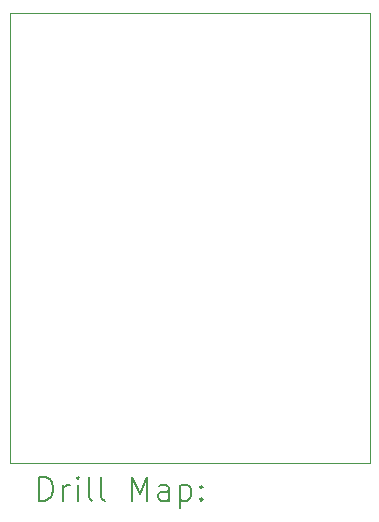
<source format=gbr>
%TF.GenerationSoftware,KiCad,Pcbnew,(6.0.10)*%
%TF.CreationDate,2023-02-17T12:21:37-08:00*%
%TF.ProjectId,Excercise2,45786365-7263-4697-9365-322e6b696361,rev?*%
%TF.SameCoordinates,Original*%
%TF.FileFunction,Drillmap*%
%TF.FilePolarity,Positive*%
%FSLAX45Y45*%
G04 Gerber Fmt 4.5, Leading zero omitted, Abs format (unit mm)*
G04 Created by KiCad (PCBNEW (6.0.10)) date 2023-02-17 12:21:37*
%MOMM*%
%LPD*%
G01*
G04 APERTURE LIST*
%ADD10C,0.100000*%
%ADD11C,0.200000*%
G04 APERTURE END LIST*
D10*
X13462000Y-5334000D02*
X16510000Y-5334000D01*
X16510000Y-5334000D02*
X16510000Y-9144000D01*
X16510000Y-9144000D02*
X13462000Y-9144000D01*
X13462000Y-9144000D02*
X13462000Y-5334000D01*
D11*
X13714619Y-9459476D02*
X13714619Y-9259476D01*
X13762238Y-9259476D01*
X13790809Y-9269000D01*
X13809857Y-9288048D01*
X13819381Y-9307095D01*
X13828905Y-9345190D01*
X13828905Y-9373762D01*
X13819381Y-9411857D01*
X13809857Y-9430905D01*
X13790809Y-9449952D01*
X13762238Y-9459476D01*
X13714619Y-9459476D01*
X13914619Y-9459476D02*
X13914619Y-9326143D01*
X13914619Y-9364238D02*
X13924143Y-9345190D01*
X13933667Y-9335667D01*
X13952714Y-9326143D01*
X13971762Y-9326143D01*
X14038428Y-9459476D02*
X14038428Y-9326143D01*
X14038428Y-9259476D02*
X14028905Y-9269000D01*
X14038428Y-9278524D01*
X14047952Y-9269000D01*
X14038428Y-9259476D01*
X14038428Y-9278524D01*
X14162238Y-9459476D02*
X14143190Y-9449952D01*
X14133667Y-9430905D01*
X14133667Y-9259476D01*
X14267000Y-9459476D02*
X14247952Y-9449952D01*
X14238428Y-9430905D01*
X14238428Y-9259476D01*
X14495571Y-9459476D02*
X14495571Y-9259476D01*
X14562238Y-9402333D01*
X14628905Y-9259476D01*
X14628905Y-9459476D01*
X14809857Y-9459476D02*
X14809857Y-9354714D01*
X14800333Y-9335667D01*
X14781286Y-9326143D01*
X14743190Y-9326143D01*
X14724143Y-9335667D01*
X14809857Y-9449952D02*
X14790809Y-9459476D01*
X14743190Y-9459476D01*
X14724143Y-9449952D01*
X14714619Y-9430905D01*
X14714619Y-9411857D01*
X14724143Y-9392810D01*
X14743190Y-9383286D01*
X14790809Y-9383286D01*
X14809857Y-9373762D01*
X14905095Y-9326143D02*
X14905095Y-9526143D01*
X14905095Y-9335667D02*
X14924143Y-9326143D01*
X14962238Y-9326143D01*
X14981286Y-9335667D01*
X14990809Y-9345190D01*
X15000333Y-9364238D01*
X15000333Y-9421381D01*
X14990809Y-9440429D01*
X14981286Y-9449952D01*
X14962238Y-9459476D01*
X14924143Y-9459476D01*
X14905095Y-9449952D01*
X15086048Y-9440429D02*
X15095571Y-9449952D01*
X15086048Y-9459476D01*
X15076524Y-9449952D01*
X15086048Y-9440429D01*
X15086048Y-9459476D01*
X15086048Y-9335667D02*
X15095571Y-9345190D01*
X15086048Y-9354714D01*
X15076524Y-9345190D01*
X15086048Y-9335667D01*
X15086048Y-9354714D01*
M02*

</source>
